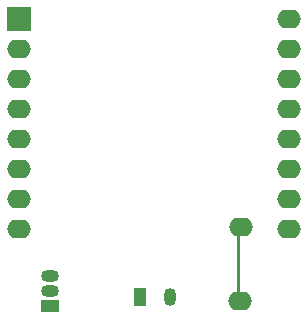
<source format=gbr>
%TF.GenerationSoftware,KiCad,Pcbnew,(6.0.4)*%
%TF.CreationDate,2022-03-20T22:01:37+01:00*%
%TF.ProjectId,opentherm,6f70656e-7468-4657-926d-2e6b69636164,rev?*%
%TF.SameCoordinates,Original*%
%TF.FileFunction,Copper,L2,Bot*%
%TF.FilePolarity,Positive*%
%FSLAX46Y46*%
G04 Gerber Fmt 4.6, Leading zero omitted, Abs format (unit mm)*
G04 Created by KiCad (PCBNEW (6.0.4)) date 2022-03-20 22:01:37*
%MOMM*%
%LPD*%
G01*
G04 APERTURE LIST*
%TA.AperFunction,ComponentPad*%
%ADD10O,2.000000X1.600000*%
%TD*%
%TA.AperFunction,ComponentPad*%
%ADD11R,2.000000X2.000000*%
%TD*%
%TA.AperFunction,ComponentPad*%
%ADD12R,1.500000X1.050000*%
%TD*%
%TA.AperFunction,ComponentPad*%
%ADD13O,1.500000X1.050000*%
%TD*%
%TA.AperFunction,ComponentPad*%
%ADD14R,1.050000X1.500000*%
%TD*%
%TA.AperFunction,ComponentPad*%
%ADD15O,1.050000X1.500000*%
%TD*%
%TA.AperFunction,Conductor*%
%ADD16C,0.250000*%
%TD*%
G04 APERTURE END LIST*
D10*
%TO.P,,001,D4*%
%TO.N,VCC*%
X114540613Y-74760164D03*
%TD*%
%TO.P,,001,D4*%
%TO.N,VCC*%
X114472679Y-80959154D03*
%TD*%
%TO.P,U3,16,TX*%
%TO.N,unconnected-(U3-Pad16)*%
X118595000Y-57150000D03*
%TO.P,U3,15,RX*%
%TO.N,unconnected-(U3-Pad15)*%
X118595000Y-59690000D03*
%TO.P,U3,14,SCL/D1*%
%TO.N,unconnected-(U3-Pad14)*%
X118595000Y-62230000D03*
%TO.P,U3,13,SDA/D2*%
%TO.N,unconnected-(U3-Pad13)*%
X118595000Y-64770000D03*
%TO.P,U3,12,D3*%
%TO.N,in*%
X118595000Y-67310000D03*
%TO.P,U3,11,D4*%
%TO.N,out*%
X118595000Y-69850000D03*
%TO.P,U3,10,GND*%
%TO.N,GND*%
X118595000Y-72390000D03*
%TO.P,U3,9,5V*%
%TO.N,unconnected-(U3-Pad9)*%
X118595000Y-74930000D03*
%TO.P,U3,8,3V3*%
%TO.N,VCC*%
X95735000Y-74930000D03*
%TO.P,U3,7,CS/D8*%
%TO.N,unconnected-(U3-Pad7)*%
X95735000Y-72390000D03*
%TO.P,U3,6,MOSI/D7*%
%TO.N,unconnected-(U3-Pad6)*%
X95735000Y-69850000D03*
%TO.P,U3,5,MISO/D6*%
%TO.N,unconnected-(U3-Pad5)*%
X95735000Y-67310000D03*
%TO.P,U3,4,SCK/D5*%
%TO.N,unconnected-(U3-Pad4)*%
X95735000Y-64770000D03*
%TO.P,U3,3,D0*%
%TO.N,Net-(18B20-Pad2)*%
X95735000Y-62230000D03*
%TO.P,U3,2,A0*%
%TO.N,unconnected-(U3-Pad2)*%
X95735000Y-59690000D03*
D11*
%TO.P,U3,1,~{RST}*%
%TO.N,unconnected-(U3-Pad1)*%
X95735000Y-57150000D03*
%TD*%
D12*
%TO.P,18B20,1,Pin_1*%
%TO.N,GND*%
X98348232Y-81437327D03*
D13*
%TO.P,18B20,2,Pin_2*%
%TO.N,Net-(18B20-Pad2)*%
X98348232Y-80167327D03*
%TO.P,18B20,3,Pin_3*%
%TO.N,VCC*%
X98348232Y-78897327D03*
%TD*%
D14*
%TO.P,J1,1,Pin_1*%
%TO.N,ot1*%
X105946985Y-80619402D03*
D15*
%TO.P,J1,2,Pin_2*%
%TO.N,ot2*%
X108486985Y-80619402D03*
%TD*%
D16*
%TO.N,VCC*%
X114289585Y-74887459D02*
X114289585Y-81001532D01*
%TD*%
M02*

</source>
